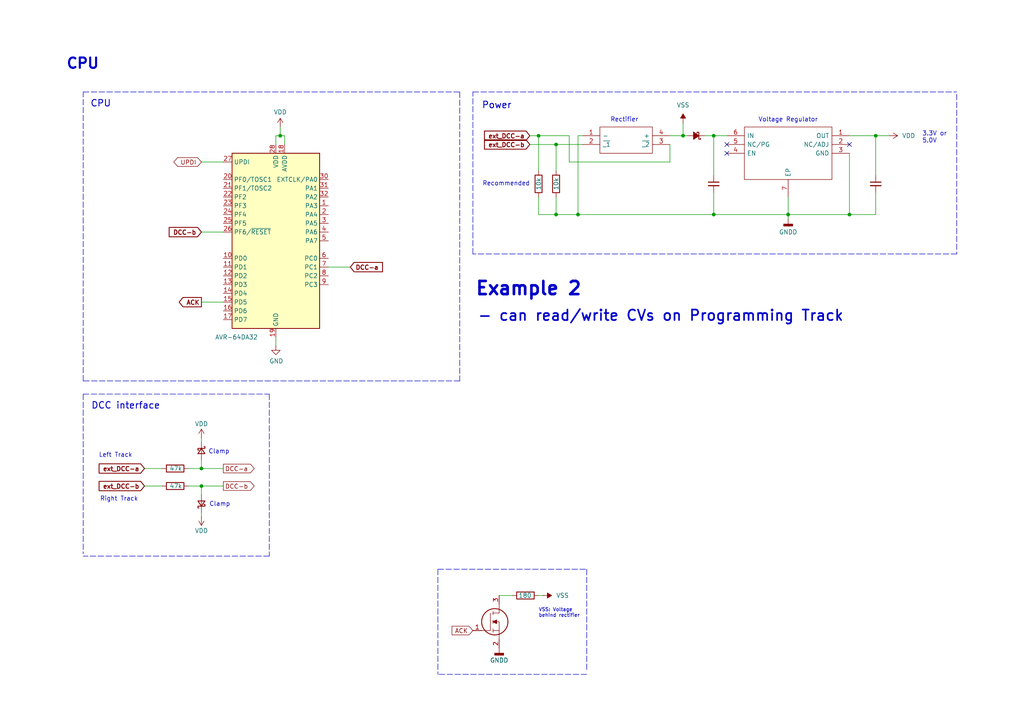
<source format=kicad_sch>
(kicad_sch (version 20250114) (generator "eeschema") (generator_version "9.0")
  (paper "A4")
  (title_block (title "RTB D97 FN Decoder Toolkit") (date "2025-11-22") (rev "0") (company "Frank Schumacher") (comment 1 "'naked' DCC decoder project") (comment 2 "D97.0") (comment 3 "Example 2: Simple DCC decoder /w CV read") (comment 4 "Licensed under the Apache License, Version 2"))
  (lib_symbols
    (symbol "Device:C_Small" (pin_numbers (hide yes)) (pin_names (offset 0.254) (hide yes))
      (property "Reference" "C" (at 0.254 1.778 0))
      (property "Value" "C_Small" (at 0.254 -2.032 0))
      (symbol "C_Small_0_1"
        (polyline (pts (xy -1.524 0.508) (xy 1.524 0.508)) (stroke (width 0.3048)))
        (polyline (pts (xy -1.524 -0.508) (xy 1.524 -0.508)) (stroke (width 0.3302)))
      )
      (symbol "C_Small_1_1"
        (pin passive line (at 0 2.54 270) (length 2.032) (name "~") (number "1"))
        (pin passive line (at 0 -2.54 90) (length 2.032) (name "~") (number "2"))
      )
    )
    (symbol "Device:D_Schottky_Small" (pin_numbers (hide yes)) (pin_names (offset 0.254) (hide yes))
      (property "Reference" "D" (at -1.27 2.032 0))
      (property "Value" "D_Schottky_Small" (at -7.112 -2.032 0))
      (symbol "D_Schottky_Small_0_1"
        (polyline (pts (xy -1.27 0.762) (xy -1.27 1.016) (xy -0.762 1.016) (xy -0.762 -1.016) (xy -0.254 -1.016) (xy -0.254 -0.762)) (stroke (width 0.254)))
        (polyline (pts (xy -0.762 0) (xy 0.762 0)))
        (polyline (pts (xy 0.762 -1.016) (xy -0.762 0) (xy 0.762 1.016) (xy 0.762 -1.016)) (stroke (width 0.254)))
      )
      (symbol "D_Schottky_Small_1_1"
        (pin passive line (at -2.54 0 0) (length 1.778) (name "K") (number "1"))
        (pin passive line (at 2.54 0 180) (length 1.778) (name "A") (number "2"))
      )
    )
    (symbol "Device:D_Schottky_Small_Filled" (pin_numbers (hide yes)) (pin_names (offset 0.254) (hide yes))
      (property "Reference" "D" (at -1.27 2.032 0))
      (property "Value" "D_Schottky_Small_Filled" (at -7.112 -2.032 0))
      (symbol "D_Schottky_Small_Filled_0_1"
        (polyline (pts (xy -1.27 0.762) (xy -1.27 1.016) (xy -0.762 1.016) (xy -0.762 -1.016) (xy -0.254 -1.016) (xy -0.254 -0.762)) (stroke (width 0.254)))
        (polyline (pts (xy -0.762 0) (xy 0.762 0)))
        (polyline (pts (xy 0.762 -1.016) (xy -0.762 0) (xy 0.762 1.016) (xy 0.762 -1.016)) (stroke (width 0.254)) (fill (type outline)))
      )
      (symbol "D_Schottky_Small_Filled_1_1"
        (pin passive line (at -2.54 0 0) (length 1.778) (name "K") (number "1"))
        (pin passive line (at 2.54 0 180) (length 1.778) (name "A") (number "2"))
      )
    )
    (symbol "Device:R" (pin_numbers (hide yes)) (pin_names (offset 0))
      (property "Reference" "R" (at 2.032 0 90))
      (property "Value" "R" (at 0 0 90))
      (symbol "R_0_1"
        (rectangle (start -1.016 -2.54) (end 1.016 2.54) (stroke (width 0.254)))
      )
      (symbol "R_1_1"
        (pin passive line (at 0 3.81 270) (length 1.27) (name "~") (number "1"))
        (pin passive line (at 0 -3.81 90) (length 1.27) (name "~") (number "2"))
      )
    )
    (symbol "MCU_Microchip_ATmega:ATmega4808-M"
      (property "Reference" "U" (at -12.7 26.67 0))
      (property "Value" "ATmega4808-M" (at 2.54 -26.67 0))
      (symbol "ATmega4808-M_0_1"
        (rectangle (start -12.7 -25.4) (end 12.7 25.4) (stroke (width 0.254)) (fill (type background)))
      )
      (symbol "ATmega4808-M_1_1"
        (pin bidirectional line (at -15.24 22.86 0) (length 2.54) (name "UPDI") (number "27"))
        (pin bidirectional line (at -15.24 17.78 0) (length 2.54) (name "PF0/TOSC1") (number "20"))
        (pin bidirectional line (at -15.24 15.24 0) (length 2.54) (name "PF1/TOSC2") (number "21"))
        (pin bidirectional line (at -15.24 12.7 0) (length 2.54) (name "PF2") (number "22"))
        (pin bidirectional line (at -15.24 10.16 0) (length 2.54) (name "PF3") (number "23"))
        (pin bidirectional line (at -15.24 7.62 0) (length 2.54) (name "PF4") (number "24"))
        (pin bidirectional line (at -15.24 5.08 0) (length 2.54) (name "PF5") (number "25"))
        (pin bidirectional line (at -15.24 2.54 0) (length 2.54) (name "PF6/~{RESET}") (number "26"))
        (pin bidirectional line (at -15.24 -5.08 0) (length 2.54) (name "PD0") (number "10"))
        (pin bidirectional line (at -15.24 -7.62 0) (length 2.54) (name "PD1") (number "11"))
        (pin bidirectional line (at -15.24 -10.16 0) (length 2.54) (name "PD2") (number "12"))
        (pin bidirectional line (at -15.24 -12.7 0) (length 2.54) (name "PD3") (number "13"))
        (pin bidirectional line (at -15.24 -15.24 0) (length 2.54) (name "PD4") (number "14"))
        (pin bidirectional line (at -15.24 -17.78 0) (length 2.54) (name "PD5") (number "15"))
        (pin bidirectional line (at -15.24 -20.32 0) (length 2.54) (name "PD6") (number "16"))
        (pin bidirectional line (at -15.24 -22.86 0) (length 2.54) (name "PD7") (number "17"))
        (pin power_in line (at 0 27.94 270) (length 2.54) (name "VDD") (number "28"))
        (pin power_in line (at 0 -27.94 90) (length 2.54) (name "GND") (number "19"))
        (pin passive line (at 0 -27.94 90) (length 2.54) (hide yes) (name "GND") (number "29"))
        (pin passive line (at 0 -27.94 90) (length 2.54) (hide yes) (name "GND") (number "33"))
        (pin power_in line (at 2.54 27.94 270) (length 2.54) (name "AVDD") (number "18"))
        (pin bidirectional line (at 15.24 17.78 180) (length 2.54) (name "EXTCLK/PA0") (number "30"))
        (pin bidirectional line (at 15.24 15.24 180) (length 2.54) (name "PA1") (number "31"))
        (pin bidirectional line (at 15.24 12.7 180) (length 2.54) (name "PA2") (number "32"))
        (pin bidirectional line (at 15.24 10.16 180) (length 2.54) (name "PA3") (number "1"))
        (pin bidirectional line (at 15.24 7.62 180) (length 2.54) (name "PA4") (number "2"))
        (pin bidirectional line (at 15.24 5.08 180) (length 2.54) (name "PA5") (number "3"))
        (pin bidirectional line (at 15.24 2.54 180) (length 2.54) (name "PA6") (number "4"))
        (pin bidirectional line (at 15.24 0 180) (length 2.54) (name "PA7") (number "5"))
        (pin bidirectional line (at 15.24 -5.08 180) (length 2.54) (name "PC0") (number "6"))
        (pin bidirectional line (at 15.24 -7.62 180) (length 2.54) (name "PC1") (number "7"))
        (pin bidirectional line (at 15.24 -10.16 180) (length 2.54) (name "PC2") (number "8"))
        (pin bidirectional line (at 15.24 -12.7 180) (length 2.54) (name "PC3") (number "9"))
      )
    )
    (symbol "RTB:BAS3007ARPPE6327HTSA1" (pin_names (offset 0.762))
      (property "Reference" "D" (at 21.59 7.62 0))
      (property "Value" "BAS3007ARPPE6327HTSA1" (at 21.59 5.08 0))
      (symbol "BAS3007ARPPE6327HTSA1_0_0"
        (pin passive line (at 0 0 0) (length 5.08) (name "-") (number "1"))
        (pin passive line (at 0 -2.54 0) (length 5.08) (name "~{_1}") (number "2"))
        (pin passive line (at 25.4 0 180) (length 5.08) (name "+") (number "4"))
        (pin passive line (at 25.4 -2.54 180) (length 5.08) (name "~{_2}") (number "3"))
      )
      (symbol "BAS3007ARPPE6327HTSA1_0_1"
        (polyline (pts (xy 5.08 2.54) (xy 20.32 2.54) (xy 20.32 -5.08) (xy 5.08 -5.08) (xy 5.08 2.54)) (stroke (width 0.1524)))
      )
    )
    (symbol "RTB:NCP730BMT330TBG" (pin_names (offset 0.762))
      (property "Reference" "IC" (at 31.75 7.62 0))
      (property "Value" "NCP730BMT330TBG" (at 31.75 5.08 0))
      (symbol "NCP730BMT330TBG_0_0"
        (pin passive line (at 0 0 0) (length 5.08) (name "OUT") (number "1"))
        (pin passive line (at 0 -2.54 0) (length 5.08) (name "NC/ADJ") (number "2"))
        (pin passive line (at 0 -5.08 0) (length 5.08) (name "GND") (number "3"))
        (pin passive line (at 17.78 -17.78 90) (length 5.08) (name "EP") (number "7"))
        (pin passive line (at 35.56 0 180) (length 5.08) (name "IN") (number "6"))
        (pin passive line (at 35.56 -2.54 180) (length 5.08) (name "NC/PG") (number "5"))
        (pin passive line (at 35.56 -5.08 180) (length 5.08) (name "EN") (number "4"))
      )
      (symbol "NCP730BMT330TBG_0_1"
        (polyline (pts (xy 5.08 2.54) (xy 30.48 2.54) (xy 30.48 -12.7) (xy 5.08 -12.7) (xy 5.08 2.54)) (stroke (width 0.1524)))
      )
    )
    (symbol "RTB:PMZB200UNEYL" (pin_names (offset 0.762))
      (property "Reference" "Q" (at 11.43 3.81 0))
      (property "Value" "PMZB200UNEYL" (at 11.43 1.27 0))
      (symbol "PMZB200UNEYL_0_0"
        (pin passive line (at 0 0 0) (length 2.54) (name "~") (number "1"))
        (pin passive line (at 7.62 10.16 270) (length 2.54) (name "~") (number "3"))
        (pin passive line (at 7.62 -5.08 90) (length 2.54) (name "~") (number "2"))
      )
      (symbol "PMZB200UNEYL_0_1"
        (polyline (pts (xy 2.54 0) (xy 5.08 0) (xy 5.08 5.08)) (stroke (width 0.1524)))
        (polyline (pts (xy 5.842 5.588) (xy 5.842 4.572)) (stroke (width 0.1524)))
        (polyline (pts (xy 5.842 2.54) (xy 6.858 3.048) (xy 6.858 2.032) (xy 5.842 2.54)) (stroke (width 0.254)) (fill (type outline)))
        (polyline (pts (xy 5.842 2.032) (xy 5.842 3.048)) (stroke (width 0.1524)))
        (polyline (pts (xy 5.842 0) (xy 7.62 0)) (stroke (width 0.1524)))
        (polyline (pts (xy 5.842 -0.508) (xy 5.842 0.508)) (stroke (width 0.1524)))
        (circle (center 6.35 2.54) (radius 3.81) (stroke (width 0.254)))
        (polyline (pts (xy 7.62 5.08) (xy 5.842 5.08)) (stroke (width 0.1524)))
        (polyline (pts (xy 7.62 5.08) (xy 7.62 7.62)) (stroke (width 0.1524)))
        (polyline (pts (xy 7.62 2.54) (xy 5.842 2.54)) (stroke (width 0.1524)))
        (polyline (pts (xy 7.62 2.54) (xy 7.62 -2.54)) (stroke (width 0.1524)))
      )
    )
    (symbol "power:GND" (power) (pin_numbers (hide yes)) (pin_names (offset 0) (hide yes))
      (property "Value" "GND" (at 0 -3.81 0))
      (symbol "GND_0_1"
        (polyline (pts (xy 0 0) (xy 0 -1.27) (xy 1.27 -1.27) (xy 0 -2.54) (xy -1.27 -1.27) (xy 0 -1.27)))
      )
      (symbol "GND_1_1"
        (pin power_in line (at 0 0 270) (length 0) (name "~") (number "1"))
      )
    )
    (symbol "power:GNDD" (power) (pin_numbers (hide yes)) (pin_names (offset 0) (hide yes))
      (property "Value" "GNDD" (at 0 -3.175 0))
      (symbol "GNDD_0_1"
        (rectangle (start -1.27 -1.524) (end 1.27 -2.032) (stroke (width 0.254)) (fill (type outline)))
        (polyline (pts (xy 0 0) (xy 0 -1.524)))
      )
      (symbol "GNDD_1_1"
        (pin power_in line (at 0 0 270) (length 0) (name "~") (number "1"))
      )
    )
    (symbol "power:VDD" (power) (pin_numbers (hide yes)) (pin_names (offset 0) (hide yes))
      (property "Value" "VDD" (at 0 3.556 0))
      (symbol "VDD_0_1"
        (polyline (pts (xy -0.762 1.27) (xy 0 2.54)))
        (polyline (pts (xy 0 2.54) (xy 0.762 1.27)))
        (polyline (pts (xy 0 0) (xy 0 2.54)))
      )
      (symbol "VDD_1_1"
        (pin power_in line (at 0 0 90) (length 0) (name "~") (number "1"))
      )
    )
    (symbol "power:VSS" (power) (pin_numbers (hide yes)) (pin_names (offset 0) (hide yes))
      (property "Value" "VSS" (at 0 3.556 0))
      (symbol "VSS_0_1"
        (polyline (pts (xy 0 0) (xy 0 2.54)))
        (polyline (pts (xy 0.762 1.27) (xy -0.762 1.27) (xy 0 2.54) (xy 0.762 1.27)) (fill (type outline)))
      )
      (symbol "VSS_1_1"
        (pin power_in line (at 0 0 90) (length 0) (name "~") (number "1"))
      )
    )
  )
  (text "VSS: Voltage\nbehind rectifier" (at 156.21 177.8 0) (effects (font (size 1.016 1.016)) (justify left)))
  (text "CPU" (at 26.162 31.242 0) (effects (font (size 1.905 1.905) (thickness 0.254) (bold yes)) (justify left bottom)))
  (text "3.3V or\n5.0V" (at 267.462 39.878 0) (effects (font (size 1.27 1.27)) (justify left)))
  (text "Power" (at 139.7 31.75 0) (effects (font (size 1.905 1.905) (thickness 0.254) (bold yes)) (justify left bottom)))
  (text "Clamp" (at 60.452 131.064 0) (effects (font (size 1.27 1.27)) (justify left)))
  (text "Voltage Regulator" (at 228.6 34.798 0) (effects (font (size 1.27 1.27))))
  (text "Recommended" (at 146.812 53.34 0) (effects (font (size 1.27 1.27))))
  (text "Rectifier" (at 181.102 34.798 0) (effects (font (size 1.27 1.27))))
  (text "Right Track" (at 34.544 144.78 0) (effects (font (size 1.27 1.27))))
  (text "DCC interface" (at 26.416 118.872 0) (effects (font (size 1.905 1.905) (thickness 0.254) (bold yes)) (justify left bottom)))
  (text "Left Track" (at 33.528 132.08 0) (effects (font (size 1.27 1.27))))
  (text "Example 2" (at 137.668 83.82 0) (effects (font (size 3.81 3.81) (thickness 0.762) (bold yes)) (justify left)))
  (text "- can read/write CVs on Programming Track" (at 138.43 91.694 0) (effects (font (size 3.048 3.048) (thickness 0.4763)) (justify left)))
  (text "CPU" (at 19.05 20.32 0) (effects (font (size 2.9972 2.9972) (thickness 0.5994) (bold yes)) (justify left bottom)))
  (text "Clamp" (at 66.802 146.304 0) (effects (font (size 1.27 1.27)) (justify right)))
  (junction (at 254 39.37))
  (junction (at 207.01 62.23))
  (junction (at 246.38 62.23))
  (junction (at 161.29 41.91))
  (junction (at 58.42 140.97))
  (junction (at 156.21 39.37))
  (junction (at 161.29 62.23))
  (junction (at 58.42 135.89))
  (junction (at 228.6 62.23))
  (junction (at 207.01 39.37))
  (junction (at 198.12 39.37))
  (junction (at 167.64 62.23))
  (junction (at 81.28 39.37))
  (no_connect (at 246.38 41.91))
  (no_connect (at 210.82 41.91))
  (no_connect (at 210.82 44.45))
  (wire (pts (xy 58.42 133.35) (xy 58.42 135.89)))
  (wire (pts (xy 228.6 57.15) (xy 228.6 62.23)))
  (wire (pts (xy 207.01 39.37) (xy 210.82 39.37)))
  (wire (pts (xy 80.01 39.37) (xy 80.01 41.91)))
  (wire (pts (xy 41.91 135.89) (xy 46.99 135.89)))
  (wire (pts (xy 207.01 62.23) (xy 228.6 62.23)))
  (polyline (pts (xy 170.18 165.1) (xy 170.18 194.31)) (stroke (width 0) (type dash)))
  (wire (pts (xy 198.12 35.56) (xy 198.12 39.37)))
  (wire (pts (xy 161.29 57.15) (xy 161.29 62.23)))
  (wire (pts (xy 165.1 39.37) (xy 156.21 39.37)))
  (polyline (pts (xy 277.495 73.66) (xy 137.16 73.66)) (stroke (width 0) (type dash)))
  (wire (pts (xy 167.64 39.37) (xy 167.64 62.23)))
  (wire (pts (xy 58.42 127) (xy 58.42 128.27)))
  (wire (pts (xy 194.31 46.99) (xy 165.1 46.99)))
  (wire (pts (xy 58.42 135.89) (xy 64.77 135.89)))
  (wire (pts (xy 198.12 39.37) (xy 199.39 39.37)))
  (polyline (pts (xy 24.13 26.67) (xy 133.35 26.67)) (stroke (width 0) (type dash)))
  (wire (pts (xy 81.28 36.83) (xy 81.28 39.37)))
  (polyline (pts (xy 78.105 114.3) (xy 78.105 161.29)) (stroke (width 0) (type dash)))
  (wire (pts (xy 58.42 149.86) (xy 58.42 148.59)))
  (wire (pts (xy 156.21 57.15) (xy 156.21 62.23)))
  (wire (pts (xy 58.42 143.51) (xy 58.42 140.97)))
  (wire (pts (xy 246.38 39.37) (xy 254 39.37)))
  (polyline (pts (xy 133.35 110.49) (xy 24.13 110.49)) (stroke (width 0) (type dash)))
  (polyline (pts (xy 170.18 195.58) (xy 127 195.58)) (stroke (width 0) (type dash)))
  (wire (pts (xy 207.01 62.23) (xy 207.01 55.88)))
  (wire (pts (xy 58.42 67.31) (xy 64.77 67.31)))
  (wire (pts (xy 207.01 50.8) (xy 207.01 39.37)))
  (wire (pts (xy 161.29 62.23) (xy 167.64 62.23)))
  (wire (pts (xy 254 55.88) (xy 254 62.23)))
  (wire (pts (xy 80.01 97.79) (xy 80.01 100.33)))
  (wire (pts (xy 165.1 46.99) (xy 165.1 39.37)))
  (wire (pts (xy 58.42 46.99) (xy 64.77 46.99)))
  (wire (pts (xy 95.25 77.47) (xy 101.6 77.47)))
  (wire (pts (xy 144.78 172.72) (xy 148.59 172.72)))
  (wire (pts (xy 156.21 172.72) (xy 157.48 172.72)))
  (wire (pts (xy 153.67 41.91) (xy 161.29 41.91)))
  (wire (pts (xy 228.6 63.5) (xy 228.6 62.23)))
  (polyline (pts (xy 137.16 73.66) (xy 137.16 26.67)) (stroke (width 0) (type dash)))
  (wire (pts (xy 254 39.37) (xy 254 50.8)))
  (wire (pts (xy 161.29 41.91) (xy 161.29 49.53)))
  (wire (pts (xy 156.21 39.37) (xy 153.67 39.37)))
  (wire (pts (xy 194.31 39.37) (xy 198.12 39.37)))
  (polyline (pts (xy 277.495 27.305) (xy 277.495 73.66)) (stroke (width 0) (type dash)))
  (wire (pts (xy 54.61 140.97) (xy 58.42 140.97)))
  (wire (pts (xy 156.21 49.53) (xy 156.21 39.37)))
  (wire (pts (xy 82.55 39.37) (xy 82.55 41.91)))
  (wire (pts (xy 246.38 44.45) (xy 246.38 62.23)))
  (wire (pts (xy 204.47 39.37) (xy 207.01 39.37)))
  (polyline (pts (xy 24.13 114.3) (xy 78.105 114.3)) (stroke (width 0) (type dash)))
  (polyline (pts (xy 133.35 26.67) (xy 133.35 110.49)) (stroke (width 0) (type dash)))
  (wire (pts (xy 168.91 39.37) (xy 167.64 39.37)))
  (polyline (pts (xy 24.13 114.3) (xy 24.13 160.655)) (stroke (width 0) (type dash)))
  (polyline (pts (xy 127 165.1) (xy 127 195.58)) (stroke (width 0) (type dash)))
  (wire (pts (xy 64.77 87.63) (xy 58.42 87.63)))
  (polyline (pts (xy 137.16 26.67) (xy 277.495 26.67)) (stroke (width 0) (type dash)))
  (polyline (pts (xy 127 165.1) (xy 170.18 165.1)) (stroke (width 0) (type dash)))
  (polyline (pts (xy 24.13 110.49) (xy 24.13 26.67)) (stroke (width 0) (type dash)))
  (wire (pts (xy 58.42 140.97) (xy 64.77 140.97)))
  (wire (pts (xy 246.38 62.23) (xy 228.6 62.23)))
  (wire (pts (xy 156.21 62.23) (xy 161.29 62.23)))
  (wire (pts (xy 246.38 62.23) (xy 254 62.23)))
  (wire (pts (xy 254 39.37) (xy 257.81 39.37)))
  (wire (pts (xy 81.28 39.37) (xy 82.55 39.37)))
  (polyline (pts (xy 78.105 161.29) (xy 24.13 161.29)) (stroke (width 0) (type dash)))
  (wire (pts (xy 41.91 140.97) (xy 46.99 140.97)))
  (wire (pts (xy 161.29 41.91) (xy 168.91 41.91)))
  (wire (pts (xy 80.01 39.37) (xy 81.28 39.37)))
  (wire (pts (xy 54.61 135.89) (xy 58.42 135.89)))
  (wire (pts (xy 167.64 62.23) (xy 207.01 62.23)))
  (wire (pts (xy 194.31 41.91) (xy 194.31 46.99)))
  (global_label "DCC-b" (shape input) (at 58.42 67.31 180) (effects (font (thickness 0.254) (bold yes))) (property "Intersheetrefs" "${INTERSHEET_REFS}" (effects (hide yes))))
  (global_label "UPDI" (shape bidirectional) (at 58.42 46.99 180) (property "Intersheetrefs" "${INTERSHEET_REFS}" (effects (hide yes))))
  (global_label "ACK" (shape input) (at 137.16 182.88 180) (property "Intersheetrefs" "${INTERSHEET_REFS}" (effects (hide yes))))
  (global_label "DCC-a" (shape output) (at 64.77 135.89 0) (property "Intersheetrefs" "${INTERSHEET_REFS}" (effects (hide yes))))
  (global_label "ext_DCC-a" (shape input) (at 41.91 135.89 180) (effects (font (thickness 0.254) (bold yes))) (property "Intersheetrefs" "${INTERSHEET_REFS}" (effects (hide yes))))
  (global_label "ext_DCC-b" (shape input) (at 41.91 140.97 180) (effects (font (thickness 0.254) (bold yes))) (property "Intersheetrefs" "${INTERSHEET_REFS}" (effects (hide yes))))
  (global_label "ext_DCC-b" (shape input) (at 153.67 41.91 180) (effects (font (thickness 0.254) (bold yes))) (property "Intersheetrefs" "${INTERSHEET_REFS}" (effects (hide yes))))
  (global_label "ACK" (shape output) (at 58.42 87.63 180) (effects (font (thickness 0.254) (bold yes))) (property "Intersheetrefs" "${INTERSHEET_REFS}" (effects (hide yes))))
  (global_label "DCC-a" (shape input) (at 101.6 77.47 0) (effects (font (thickness 0.254) (bold yes))) (property "Intersheetrefs" "${INTERSHEET_REFS}" (effects (hide yes))))
  (global_label "ext_DCC-a" (shape input) (at 153.67 39.37 180) (effects (font (thickness 0.254) (bold yes))) (property "Intersheetrefs" "${INTERSHEET_REFS}" (effects (hide yes))))
  (global_label "DCC-b" (shape output) (at 64.77 140.97 0) (property "Intersheetrefs" "${INTERSHEET_REFS}" (effects (hide yes))))
  (symbol (lib_id "MCU_Microchip_ATmega:ATmega4808-M") (at 80.01 69.85 0) (unit 1)
    (property "Reference" "U1" (effects (hide yes)))
    (property "Value" "AVR-64DA32" (at 68.58 97.79 0))
    (property "Footprint" "Package_DFN_QFN:VQFN-32-1EP_5x5mm_P0.5mm_EP3.1x3.1mm" (effects (hide yes)))
    (property "Datasheet" "http://ww1.microchip.com/downloads/en/DeviceDoc/40002016A.pdf" (effects (hide yes)))
  )
  (symbol (lib_id "power:GND") (at 80.01 100.33 0) (unit 1)
    (property "Reference" "#PWR0110" (effects (hide yes)))
    (property "Value" "GND" (at 80.137 104.7242 0))
  )
  (symbol (lib_id "Device:C_Small") (at 207.01 53.34 0) (unit 1)
    (property "Reference" "C7" (effects (hide yes)))
    (property "Value" "22u/25V" (effects (hide yes)))
    (property "Footprint" "Capacitor_SMD:C_0805_2012Metric" (effects (hide yes)))
  )
  (symbol (lib_id "RTB:NCP730BMT330TBG") (at 246.38 39.37 0) (mirror y) (unit 1)
    (property "Reference" "IC2" (effects (hide yes)))
    (property "Value" "NCP730BMT330TBG" (effects (hide yes)))
    (property "Footprint" "Package_SON:WSON-6-1EP_2x2mm_P0.65mm_EP1x1.6mm_ThermalVias" (effects (hide yes)))
    (property "Datasheet" "https://www.mouser.de/datasheet/2/308/NCP730-D-1760032.pdf" (effects (hide yes)))
    (property "Description" "LDO Regulator Pos 3.3V 0.15A 6-Pin WDFN EP T/R" (effects (hide yes)))
  )
  (symbol (lib_id "Device:R") (at 161.29 53.34 180) (unit 1)
    (property "Reference" "R20" (effects (hide yes)))
    (property "Value" "10k" (at 161.29 53.34 90))
    (property "Footprint" "Resistor_SMD:R_0402_1005Metric" (effects (hide yes)))
  )
  (symbol (lib_id "Device:R") (at 156.21 53.34 180) (unit 1)
    (property "Reference" "R19" (effects (hide yes)))
    (property "Value" "10k" (at 156.21 53.34 90))
    (property "Footprint" "Resistor_SMD:R_0402_1005Metric" (effects (hide yes)))
  )
  (symbol (lib_id "Device:C_Small") (at 254 53.34 0) (unit 1)
    (property "Reference" "C3" (effects (hide yes)))
    (property "Value" "22u/4V" (effects (hide yes)))
    (property "Footprint" "Capacitor_SMD:C_0402_1005Metric" (effects (hide yes)))
  )
  (symbol (lib_id "RTB:BAS3007ARPPE6327HTSA1") (at 168.91 39.37 0) (unit 1)
    (property "Reference" "D3" (effects (hide yes)))
    (property "Value" "BAS3007ARPPE6327HTSA1" (effects (hide yes)))
    (property "Footprint" "BF998215" (effects (hide yes)))
    (property "Datasheet" "https://www.mouser.co.uk/datasheet/2/196/Infineon-BAS3007ASERIES-DS-v01_01-en-1225497.pdf" (effects (hide yes)))
    (property "Description" "Infineon BAS3007ARPPE6327HTSA1 SMT Schottky Diode, 30V 900mA, 4-Pin SOT-143" (effects (hide yes)))
  )
  (symbol (lib_id "power:GNDD") (at 144.78 187.96 0) (unit 1)
    (property "Reference" "#PWR018" (effects (hide yes)))
    (property "Value" "GNDD" (at 144.78 191.516 0))
    (property "Description" "Power symbol creates a global label with name \"GNDD\" , digital ground" (effects (hide yes)))
  )
  (symbol (lib_id "power:VDD") (at 58.42 127 0) (unit 1)
    (property "Reference" "#PWR029" (effects (hide yes)))
    (property "Value" "VDD" (at 58.42 122.936 0))
    (property "Description" "Power symbol creates a global label with name \"VDD\"" (effects (hide yes)))
  )
  (symbol (lib_id "power:VDD") (at 81.28 36.83 0) (unit 1)
    (property "Reference" "#PWR01" (effects (hide yes)))
    (property "Value" "VDD" (at 81.28 32.512 0))
    (property "Description" "Power symbol creates a global label with name \"VDD\"" (effects (hide yes)))
  )
  (symbol (lib_id "Device:R") (at 50.8 135.89 90) (unit 1)
    (property "Reference" "R3" (effects (hide yes)))
    (property "Value" "47k" (at 52.832 135.89 90) (effects (justify left)))
    (property "Footprint" "Resistor_SMD:R_0402_1005Metric" (effects (hide yes)))
  )
  (symbol (lib_id "power:VSS") (at 157.48 172.72 270) (unit 1)
    (property "Reference" "#PWR020" (effects (hide yes)))
    (property "Value" "VSS" (at 161.29 172.7199 90) (effects (justify left)))
    (property "Description" "Power symbol creates a global label with name \"VSS\"" (effects (hide yes)))
  )
  (symbol (lib_id "Device:R") (at 152.4 172.72 270) (unit 1)
    (property "Reference" "R13" (effects (hide yes)))
    (property "Value" "180" (at 150.368 172.72 90) (effects (justify left)))
    (property "Footprint" "Resistor_SMD:R_0402_1005Metric" (effects (hide yes)))
  )
  (symbol (lib_id "Device:D_Schottky_Small") (at 58.42 130.81 270) (unit 1)
    (property "Reference" "D6" (effects (hide yes)))
    (property "Value" "D_Schottky_Small" (effects (hide yes)))
    (property "Description" "Schottky diode, small symbol" (effects (hide yes)))
  )
  (symbol (lib_id "RTB:PMZB200UNEYL") (at 137.16 182.88 0) (unit 1)
    (property "Reference" "Q4" (effects (hide yes)))
    (property "Value" "PMZB200UNEYL" (effects (hide yes)))
    (property "Footprint" "PMZB200UNEYL" (effects (hide yes)))
    (property "Datasheet" "https://assets.nexperia.com/documents/data-sheet/PMZB200UNE.pdf" (effects (hide yes)))
    (property "Description" "N-Channel 30 V 1.4A (Ta) 350mW (Ta), 6.25W (Tc) Surface Mount DFN1006B-3" (effects (hide yes)))
    (property "Description_1" "N-Channel 30 V 1.4A (Ta) 350mW (Ta), 6.25W (Tc) Surface Mount DFN1006B-3" (effects (hide yes)))
    (property "Height" "0.4" (effects (hide yes)))
    (property "Mouser Part Number" "771-PMZB200UNEYL" (effects (hide yes)))
    (property "Mouser Price/Stock" "https://www.mouser.co.uk/ProductDetail/Nexperia/PMZB200UNEYL?qs=d7b8vw%252BBfo0jl0Uns2vJDw%3D%3D" (effects (hide yes)))
    (property "Manufacturer_Name" "Nexperia" (effects (hide yes)))
    (property "Manufacturer_Part_Number" "PMZB200UNEYL" (effects (hide yes)))
  )
  (symbol (lib_id "Device:D_Schottky_Small_Filled") (at 201.93 39.37 180) (unit 1)
    (property "Reference" "D1" (effects (hide yes)))
    (property "Value" "D_Schottky_Small_Filled" (effects (hide yes)))
    (property "Description" "Schottky diode, small symbol, filled shape" (effects (hide yes)))
  )
  (symbol (lib_id "power:VDD") (at 58.42 149.86 180) (unit 1)
    (property "Reference" "#PWR031" (effects (hide yes)))
    (property "Value" "VDD" (at 58.42 153.924 0))
    (property "Description" "Power symbol creates a global label with name \"VDD\"" (effects (hide yes)))
  )
  (symbol (lib_id "power:VDD") (at 257.81 39.37 270) (unit 1)
    (property "Reference" "#PWR013" (effects (hide yes)))
    (property "Value" "VDD" (at 261.62 39.3699 90) (effects (justify left)))
    (property "Description" "Power symbol creates a global label with name \"VDD\"" (effects (hide yes)))
  )
  (symbol (lib_id "power:VSS") (at 198.12 35.56 0) (unit 1)
    (property "Reference" "#PWR06" (effects (hide yes)))
    (property "Value" "VSS" (at 198.12 30.48 0))
    (property "Description" "Power symbol creates a global label with name \"VSS\"" (effects (hide yes)))
  )
  (symbol (lib_id "Device:D_Schottky_Small") (at 58.42 146.05 90) (unit 1)
    (property "Reference" "D7" (effects (hide yes)))
    (property "Value" "D_Schottky_Small" (effects (hide yes)))
    (property "Description" "Schottky diode, small symbol" (effects (hide yes)))
  )
  (symbol (lib_id "Device:R") (at 50.8 140.97 90) (unit 1)
    (property "Reference" "R15" (effects (hide yes)))
    (property "Value" "47k" (at 52.832 140.97 90) (effects (justify left)))
    (property "Footprint" "Resistor_SMD:R_0402_1005Metric" (effects (hide yes)))
  )
  (symbol (lib_id "power:GNDD") (at 228.6 63.5 0) (unit 1)
    (property "Reference" "#PWR014" (effects (hide yes)))
    (property "Value" "GNDD" (at 228.6 67.31 0))
    (property "Description" "Power symbol creates a global label with name \"GNDD\" , digital ground" (effects (hide yes)))
  )
)
</source>
